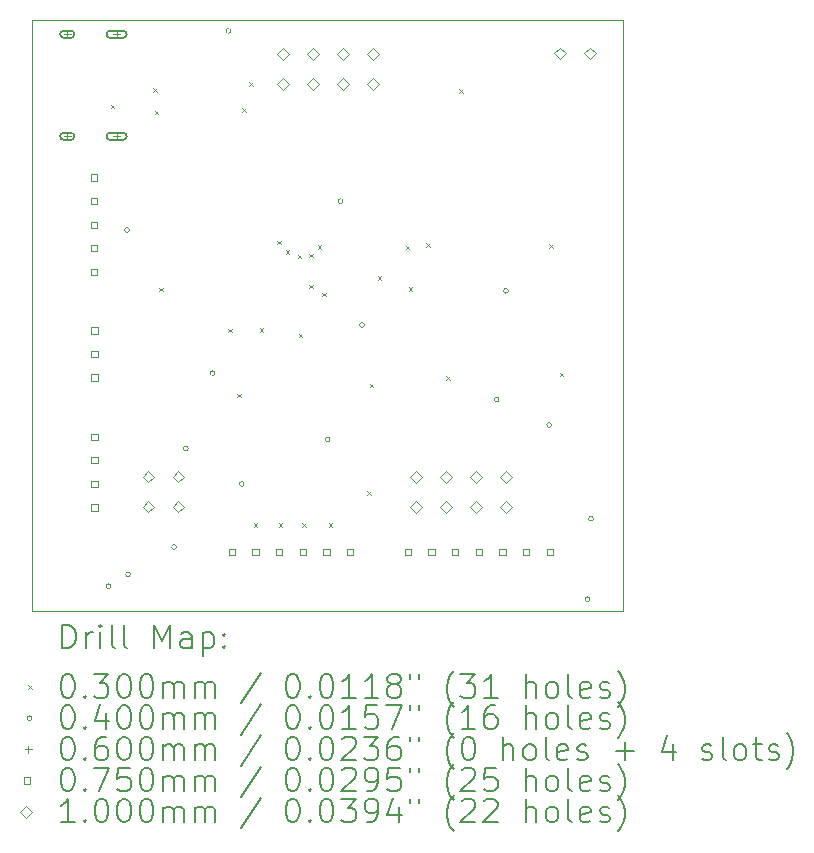
<source format=gbr>
%TF.GenerationSoftware,KiCad,Pcbnew,(6.0.7-1)-1*%
%TF.CreationDate,2022-12-09T20:13:03+01:00*%
%TF.ProjectId,ESC-logic,4553432d-6c6f-4676-9963-2e6b69636164,rev?*%
%TF.SameCoordinates,Original*%
%TF.FileFunction,Drillmap*%
%TF.FilePolarity,Positive*%
%FSLAX45Y45*%
G04 Gerber Fmt 4.5, Leading zero omitted, Abs format (unit mm)*
G04 Created by KiCad (PCBNEW (6.0.7-1)-1) date 2022-12-09 20:13:03*
%MOMM*%
%LPD*%
G01*
G04 APERTURE LIST*
%ADD10C,0.100000*%
%ADD11C,0.200000*%
%ADD12C,0.030000*%
%ADD13C,0.040000*%
%ADD14C,0.060000*%
%ADD15C,0.075000*%
G04 APERTURE END LIST*
D10*
X9800000Y-6800000D02*
X14800000Y-6800000D01*
X14800000Y-6800000D02*
X14800000Y-11800000D01*
X14800000Y-11800000D02*
X9800000Y-11800000D01*
X9800000Y-11800000D02*
X9800000Y-6800000D01*
D11*
D12*
X10465000Y-7515000D02*
X10495000Y-7545000D01*
X10495000Y-7515000D02*
X10465000Y-7545000D01*
X10825000Y-7375000D02*
X10855000Y-7405000D01*
X10855000Y-7375000D02*
X10825000Y-7405000D01*
X10835000Y-7565000D02*
X10865000Y-7595000D01*
X10865000Y-7565000D02*
X10835000Y-7595000D01*
X10875000Y-9065000D02*
X10905000Y-9095000D01*
X10905000Y-9065000D02*
X10875000Y-9095000D01*
X11460000Y-9410000D02*
X11490000Y-9440000D01*
X11490000Y-9410000D02*
X11460000Y-9440000D01*
X11535000Y-9960000D02*
X11565000Y-9990000D01*
X11565000Y-9960000D02*
X11535000Y-9990000D01*
X11575000Y-7545000D02*
X11605000Y-7575000D01*
X11605000Y-7545000D02*
X11575000Y-7575000D01*
X11635000Y-7325000D02*
X11665000Y-7355000D01*
X11665000Y-7325000D02*
X11635000Y-7355000D01*
X11675000Y-11060000D02*
X11705000Y-11090000D01*
X11705000Y-11060000D02*
X11675000Y-11090000D01*
X11725000Y-9405000D02*
X11755000Y-9435000D01*
X11755000Y-9405000D02*
X11725000Y-9435000D01*
X11875000Y-8665000D02*
X11905000Y-8695000D01*
X11905000Y-8665000D02*
X11875000Y-8695000D01*
X11885000Y-11060000D02*
X11915000Y-11090000D01*
X11915000Y-11060000D02*
X11885000Y-11090000D01*
X11944992Y-8747561D02*
X11974992Y-8777561D01*
X11974992Y-8747561D02*
X11944992Y-8777561D01*
X12045000Y-8785000D02*
X12075000Y-8815000D01*
X12075000Y-8785000D02*
X12045000Y-8815000D01*
X12055000Y-9455000D02*
X12085000Y-9485000D01*
X12085000Y-9455000D02*
X12055000Y-9485000D01*
X12085000Y-11060000D02*
X12115000Y-11090000D01*
X12115000Y-11060000D02*
X12085000Y-11090000D01*
X12145000Y-8775000D02*
X12175000Y-8805000D01*
X12175000Y-8775000D02*
X12145000Y-8805000D01*
X12145678Y-9040050D02*
X12175678Y-9070050D01*
X12175678Y-9040050D02*
X12145678Y-9070050D01*
X12215000Y-8705000D02*
X12245000Y-8735000D01*
X12245000Y-8705000D02*
X12215000Y-8735000D01*
X12255000Y-9105000D02*
X12285000Y-9135000D01*
X12285000Y-9105000D02*
X12255000Y-9135000D01*
X12310000Y-11060000D02*
X12340000Y-11090000D01*
X12340000Y-11060000D02*
X12310000Y-11090000D01*
X12635000Y-10785000D02*
X12665000Y-10815000D01*
X12665000Y-10785000D02*
X12635000Y-10815000D01*
X12655000Y-9875000D02*
X12685000Y-9905000D01*
X12685000Y-9875000D02*
X12655000Y-9905000D01*
X12725000Y-8965000D02*
X12755000Y-8995000D01*
X12755000Y-8965000D02*
X12725000Y-8995000D01*
X12960000Y-8710000D02*
X12990000Y-8740000D01*
X12990000Y-8710000D02*
X12960000Y-8740000D01*
X12985000Y-9060000D02*
X13015000Y-9090000D01*
X13015000Y-9060000D02*
X12985000Y-9090000D01*
X13135000Y-8685000D02*
X13165000Y-8715000D01*
X13165000Y-8685000D02*
X13135000Y-8715000D01*
X13305000Y-9815000D02*
X13335000Y-9845000D01*
X13335000Y-9815000D02*
X13305000Y-9845000D01*
X13415000Y-7385000D02*
X13445000Y-7415000D01*
X13445000Y-7385000D02*
X13415000Y-7415000D01*
X14175000Y-8695000D02*
X14205000Y-8725000D01*
X14205000Y-8695000D02*
X14175000Y-8725000D01*
X14265000Y-9785000D02*
X14295000Y-9815000D01*
X14295000Y-9785000D02*
X14265000Y-9815000D01*
D13*
X10465050Y-11590000D02*
G75*
G03*
X10465050Y-11590000I-20000J0D01*
G01*
X10620000Y-8575000D02*
G75*
G03*
X10620000Y-8575000I-20000J0D01*
G01*
X10630000Y-11490000D02*
G75*
G03*
X10630000Y-11490000I-20000J0D01*
G01*
X11020000Y-11260000D02*
G75*
G03*
X11020000Y-11260000I-20000J0D01*
G01*
X11120000Y-10425000D02*
G75*
G03*
X11120000Y-10425000I-20000J0D01*
G01*
X11346250Y-9786250D02*
G75*
G03*
X11346250Y-9786250I-20000J0D01*
G01*
X11480000Y-6890000D02*
G75*
G03*
X11480000Y-6890000I-20000J0D01*
G01*
X11592500Y-10725000D02*
G75*
G03*
X11592500Y-10725000I-20000J0D01*
G01*
X12320000Y-10350000D02*
G75*
G03*
X12320000Y-10350000I-20000J0D01*
G01*
X12430000Y-8330000D02*
G75*
G03*
X12430000Y-8330000I-20000J0D01*
G01*
X12610000Y-9380000D02*
G75*
G03*
X12610000Y-9380000I-20000J0D01*
G01*
X13750000Y-10010000D02*
G75*
G03*
X13750000Y-10010000I-20000J0D01*
G01*
X13830000Y-9090000D02*
G75*
G03*
X13830000Y-9090000I-20000J0D01*
G01*
X14195000Y-10225000D02*
G75*
G03*
X14195000Y-10225000I-20000J0D01*
G01*
X14520000Y-11700000D02*
G75*
G03*
X14520000Y-11700000I-20000J0D01*
G01*
X14550000Y-11020000D02*
G75*
G03*
X14550000Y-11020000I-20000J0D01*
G01*
D14*
X10095000Y-6888000D02*
X10095000Y-6948000D01*
X10065000Y-6918000D02*
X10125000Y-6918000D01*
D11*
X10125000Y-6888000D02*
X10065000Y-6888000D01*
X10125000Y-6948000D02*
X10065000Y-6948000D01*
X10065000Y-6888000D02*
G75*
G03*
X10065000Y-6948000I0J-30000D01*
G01*
X10125000Y-6948000D02*
G75*
G03*
X10125000Y-6888000I0J30000D01*
G01*
D14*
X10095000Y-7752000D02*
X10095000Y-7812000D01*
X10065000Y-7782000D02*
X10125000Y-7782000D01*
D11*
X10125000Y-7752000D02*
X10065000Y-7752000D01*
X10125000Y-7812000D02*
X10065000Y-7812000D01*
X10065000Y-7752000D02*
G75*
G03*
X10065000Y-7812000I0J-30000D01*
G01*
X10125000Y-7812000D02*
G75*
G03*
X10125000Y-7752000I0J30000D01*
G01*
D14*
X10513000Y-6888000D02*
X10513000Y-6948000D01*
X10483000Y-6918000D02*
X10543000Y-6918000D01*
D11*
X10568000Y-6888000D02*
X10458000Y-6888000D01*
X10568000Y-6948000D02*
X10458000Y-6948000D01*
X10458000Y-6888000D02*
G75*
G03*
X10458000Y-6948000I0J-30000D01*
G01*
X10568000Y-6948000D02*
G75*
G03*
X10568000Y-6888000I0J30000D01*
G01*
D14*
X10513000Y-7752000D02*
X10513000Y-7812000D01*
X10483000Y-7782000D02*
X10543000Y-7782000D01*
D11*
X10568000Y-7752000D02*
X10458000Y-7752000D01*
X10568000Y-7812000D02*
X10458000Y-7812000D01*
X10458000Y-7752000D02*
G75*
G03*
X10458000Y-7812000I0J-30000D01*
G01*
X10568000Y-7812000D02*
G75*
G03*
X10568000Y-7752000I0J30000D01*
G01*
D15*
X10346517Y-8156517D02*
X10346517Y-8103483D01*
X10293483Y-8103483D01*
X10293483Y-8156517D01*
X10346517Y-8156517D01*
X10346517Y-8356517D02*
X10346517Y-8303483D01*
X10293483Y-8303483D01*
X10293483Y-8356517D01*
X10346517Y-8356517D01*
X10346517Y-8556517D02*
X10346517Y-8503483D01*
X10293483Y-8503483D01*
X10293483Y-8556517D01*
X10346517Y-8556517D01*
X10346517Y-8756517D02*
X10346517Y-8703483D01*
X10293483Y-8703483D01*
X10293483Y-8756517D01*
X10346517Y-8756517D01*
X10346517Y-8956517D02*
X10346517Y-8903483D01*
X10293483Y-8903483D01*
X10293483Y-8956517D01*
X10346517Y-8956517D01*
X10351517Y-9451517D02*
X10351517Y-9398483D01*
X10298483Y-9398483D01*
X10298483Y-9451517D01*
X10351517Y-9451517D01*
X10351517Y-9651517D02*
X10351517Y-9598483D01*
X10298483Y-9598483D01*
X10298483Y-9651517D01*
X10351517Y-9651517D01*
X10351517Y-9851517D02*
X10351517Y-9798483D01*
X10298483Y-9798483D01*
X10298483Y-9851517D01*
X10351517Y-9851517D01*
X10351517Y-10351517D02*
X10351517Y-10298483D01*
X10298483Y-10298483D01*
X10298483Y-10351517D01*
X10351517Y-10351517D01*
X10351517Y-10551517D02*
X10351517Y-10498483D01*
X10298483Y-10498483D01*
X10298483Y-10551517D01*
X10351517Y-10551517D01*
X10351517Y-10751517D02*
X10351517Y-10698483D01*
X10298483Y-10698483D01*
X10298483Y-10751517D01*
X10351517Y-10751517D01*
X10351517Y-10951517D02*
X10351517Y-10898483D01*
X10298483Y-10898483D01*
X10298483Y-10951517D01*
X10351517Y-10951517D01*
X11516517Y-11326517D02*
X11516517Y-11273483D01*
X11463483Y-11273483D01*
X11463483Y-11326517D01*
X11516517Y-11326517D01*
X11716517Y-11326517D02*
X11716517Y-11273483D01*
X11663483Y-11273483D01*
X11663483Y-11326517D01*
X11716517Y-11326517D01*
X11916517Y-11326517D02*
X11916517Y-11273483D01*
X11863483Y-11273483D01*
X11863483Y-11326517D01*
X11916517Y-11326517D01*
X12116517Y-11326517D02*
X12116517Y-11273483D01*
X12063483Y-11273483D01*
X12063483Y-11326517D01*
X12116517Y-11326517D01*
X12316517Y-11326517D02*
X12316517Y-11273483D01*
X12263483Y-11273483D01*
X12263483Y-11326517D01*
X12316517Y-11326517D01*
X12516517Y-11326517D02*
X12516517Y-11273483D01*
X12463483Y-11273483D01*
X12463483Y-11326517D01*
X12516517Y-11326517D01*
X13006517Y-11326517D02*
X13006517Y-11273483D01*
X12953483Y-11273483D01*
X12953483Y-11326517D01*
X13006517Y-11326517D01*
X13206517Y-11326517D02*
X13206517Y-11273483D01*
X13153483Y-11273483D01*
X13153483Y-11326517D01*
X13206517Y-11326517D01*
X13406517Y-11326517D02*
X13406517Y-11273483D01*
X13353483Y-11273483D01*
X13353483Y-11326517D01*
X13406517Y-11326517D01*
X13606517Y-11326517D02*
X13606517Y-11273483D01*
X13553483Y-11273483D01*
X13553483Y-11326517D01*
X13606517Y-11326517D01*
X13806517Y-11326517D02*
X13806517Y-11273483D01*
X13753483Y-11273483D01*
X13753483Y-11326517D01*
X13806517Y-11326517D01*
X14006517Y-11326517D02*
X14006517Y-11273483D01*
X13953483Y-11273483D01*
X13953483Y-11326517D01*
X14006517Y-11326517D01*
X14206517Y-11326517D02*
X14206517Y-11273483D01*
X14153483Y-11273483D01*
X14153483Y-11326517D01*
X14206517Y-11326517D01*
D10*
X10782500Y-10712500D02*
X10832500Y-10662500D01*
X10782500Y-10612500D01*
X10732500Y-10662500D01*
X10782500Y-10712500D01*
X10782500Y-10966500D02*
X10832500Y-10916500D01*
X10782500Y-10866500D01*
X10732500Y-10916500D01*
X10782500Y-10966500D01*
X11036500Y-10712500D02*
X11086500Y-10662500D01*
X11036500Y-10612500D01*
X10986500Y-10662500D01*
X11036500Y-10712500D01*
X11036500Y-10966500D02*
X11086500Y-10916500D01*
X11036500Y-10866500D01*
X10986500Y-10916500D01*
X11036500Y-10966500D01*
X11920000Y-7133500D02*
X11970000Y-7083500D01*
X11920000Y-7033500D01*
X11870000Y-7083500D01*
X11920000Y-7133500D01*
X11920000Y-7387500D02*
X11970000Y-7337500D01*
X11920000Y-7287500D01*
X11870000Y-7337500D01*
X11920000Y-7387500D01*
X12174000Y-7133500D02*
X12224000Y-7083500D01*
X12174000Y-7033500D01*
X12124000Y-7083500D01*
X12174000Y-7133500D01*
X12174000Y-7387500D02*
X12224000Y-7337500D01*
X12174000Y-7287500D01*
X12124000Y-7337500D01*
X12174000Y-7387500D01*
X12428000Y-7133500D02*
X12478000Y-7083500D01*
X12428000Y-7033500D01*
X12378000Y-7083500D01*
X12428000Y-7133500D01*
X12428000Y-7387500D02*
X12478000Y-7337500D01*
X12428000Y-7287500D01*
X12378000Y-7337500D01*
X12428000Y-7387500D01*
X12682000Y-7133500D02*
X12732000Y-7083500D01*
X12682000Y-7033500D01*
X12632000Y-7083500D01*
X12682000Y-7133500D01*
X12682000Y-7387500D02*
X12732000Y-7337500D01*
X12682000Y-7287500D01*
X12632000Y-7337500D01*
X12682000Y-7387500D01*
X13050000Y-10716000D02*
X13100000Y-10666000D01*
X13050000Y-10616000D01*
X13000000Y-10666000D01*
X13050000Y-10716000D01*
X13050000Y-10970000D02*
X13100000Y-10920000D01*
X13050000Y-10870000D01*
X13000000Y-10920000D01*
X13050000Y-10970000D01*
X13304000Y-10716000D02*
X13354000Y-10666000D01*
X13304000Y-10616000D01*
X13254000Y-10666000D01*
X13304000Y-10716000D01*
X13304000Y-10970000D02*
X13354000Y-10920000D01*
X13304000Y-10870000D01*
X13254000Y-10920000D01*
X13304000Y-10970000D01*
X13558000Y-10716000D02*
X13608000Y-10666000D01*
X13558000Y-10616000D01*
X13508000Y-10666000D01*
X13558000Y-10716000D01*
X13558000Y-10970000D02*
X13608000Y-10920000D01*
X13558000Y-10870000D01*
X13508000Y-10920000D01*
X13558000Y-10970000D01*
X13812000Y-10716000D02*
X13862000Y-10666000D01*
X13812000Y-10616000D01*
X13762000Y-10666000D01*
X13812000Y-10716000D01*
X13812000Y-10970000D02*
X13862000Y-10920000D01*
X13812000Y-10870000D01*
X13762000Y-10920000D01*
X13812000Y-10970000D01*
X14266000Y-7130000D02*
X14316000Y-7080000D01*
X14266000Y-7030000D01*
X14216000Y-7080000D01*
X14266000Y-7130000D01*
X14520000Y-7130000D02*
X14570000Y-7080000D01*
X14520000Y-7030000D01*
X14470000Y-7080000D01*
X14520000Y-7130000D01*
D11*
X10052619Y-12115476D02*
X10052619Y-11915476D01*
X10100238Y-11915476D01*
X10128810Y-11925000D01*
X10147857Y-11944048D01*
X10157381Y-11963095D01*
X10166905Y-12001190D01*
X10166905Y-12029762D01*
X10157381Y-12067857D01*
X10147857Y-12086905D01*
X10128810Y-12105952D01*
X10100238Y-12115476D01*
X10052619Y-12115476D01*
X10252619Y-12115476D02*
X10252619Y-11982143D01*
X10252619Y-12020238D02*
X10262143Y-12001190D01*
X10271667Y-11991667D01*
X10290714Y-11982143D01*
X10309762Y-11982143D01*
X10376429Y-12115476D02*
X10376429Y-11982143D01*
X10376429Y-11915476D02*
X10366905Y-11925000D01*
X10376429Y-11934524D01*
X10385952Y-11925000D01*
X10376429Y-11915476D01*
X10376429Y-11934524D01*
X10500238Y-12115476D02*
X10481190Y-12105952D01*
X10471667Y-12086905D01*
X10471667Y-11915476D01*
X10605000Y-12115476D02*
X10585952Y-12105952D01*
X10576429Y-12086905D01*
X10576429Y-11915476D01*
X10833571Y-12115476D02*
X10833571Y-11915476D01*
X10900238Y-12058333D01*
X10966905Y-11915476D01*
X10966905Y-12115476D01*
X11147857Y-12115476D02*
X11147857Y-12010714D01*
X11138333Y-11991667D01*
X11119286Y-11982143D01*
X11081190Y-11982143D01*
X11062143Y-11991667D01*
X11147857Y-12105952D02*
X11128810Y-12115476D01*
X11081190Y-12115476D01*
X11062143Y-12105952D01*
X11052619Y-12086905D01*
X11052619Y-12067857D01*
X11062143Y-12048809D01*
X11081190Y-12039286D01*
X11128810Y-12039286D01*
X11147857Y-12029762D01*
X11243095Y-11982143D02*
X11243095Y-12182143D01*
X11243095Y-11991667D02*
X11262143Y-11982143D01*
X11300238Y-11982143D01*
X11319286Y-11991667D01*
X11328809Y-12001190D01*
X11338333Y-12020238D01*
X11338333Y-12077381D01*
X11328809Y-12096428D01*
X11319286Y-12105952D01*
X11300238Y-12115476D01*
X11262143Y-12115476D01*
X11243095Y-12105952D01*
X11424048Y-12096428D02*
X11433571Y-12105952D01*
X11424048Y-12115476D01*
X11414524Y-12105952D01*
X11424048Y-12096428D01*
X11424048Y-12115476D01*
X11424048Y-11991667D02*
X11433571Y-12001190D01*
X11424048Y-12010714D01*
X11414524Y-12001190D01*
X11424048Y-11991667D01*
X11424048Y-12010714D01*
D12*
X9765000Y-12430000D02*
X9795000Y-12460000D01*
X9795000Y-12430000D02*
X9765000Y-12460000D01*
D11*
X10090714Y-12335476D02*
X10109762Y-12335476D01*
X10128810Y-12345000D01*
X10138333Y-12354524D01*
X10147857Y-12373571D01*
X10157381Y-12411667D01*
X10157381Y-12459286D01*
X10147857Y-12497381D01*
X10138333Y-12516428D01*
X10128810Y-12525952D01*
X10109762Y-12535476D01*
X10090714Y-12535476D01*
X10071667Y-12525952D01*
X10062143Y-12516428D01*
X10052619Y-12497381D01*
X10043095Y-12459286D01*
X10043095Y-12411667D01*
X10052619Y-12373571D01*
X10062143Y-12354524D01*
X10071667Y-12345000D01*
X10090714Y-12335476D01*
X10243095Y-12516428D02*
X10252619Y-12525952D01*
X10243095Y-12535476D01*
X10233571Y-12525952D01*
X10243095Y-12516428D01*
X10243095Y-12535476D01*
X10319286Y-12335476D02*
X10443095Y-12335476D01*
X10376429Y-12411667D01*
X10405000Y-12411667D01*
X10424048Y-12421190D01*
X10433571Y-12430714D01*
X10443095Y-12449762D01*
X10443095Y-12497381D01*
X10433571Y-12516428D01*
X10424048Y-12525952D01*
X10405000Y-12535476D01*
X10347857Y-12535476D01*
X10328810Y-12525952D01*
X10319286Y-12516428D01*
X10566905Y-12335476D02*
X10585952Y-12335476D01*
X10605000Y-12345000D01*
X10614524Y-12354524D01*
X10624048Y-12373571D01*
X10633571Y-12411667D01*
X10633571Y-12459286D01*
X10624048Y-12497381D01*
X10614524Y-12516428D01*
X10605000Y-12525952D01*
X10585952Y-12535476D01*
X10566905Y-12535476D01*
X10547857Y-12525952D01*
X10538333Y-12516428D01*
X10528810Y-12497381D01*
X10519286Y-12459286D01*
X10519286Y-12411667D01*
X10528810Y-12373571D01*
X10538333Y-12354524D01*
X10547857Y-12345000D01*
X10566905Y-12335476D01*
X10757381Y-12335476D02*
X10776429Y-12335476D01*
X10795476Y-12345000D01*
X10805000Y-12354524D01*
X10814524Y-12373571D01*
X10824048Y-12411667D01*
X10824048Y-12459286D01*
X10814524Y-12497381D01*
X10805000Y-12516428D01*
X10795476Y-12525952D01*
X10776429Y-12535476D01*
X10757381Y-12535476D01*
X10738333Y-12525952D01*
X10728810Y-12516428D01*
X10719286Y-12497381D01*
X10709762Y-12459286D01*
X10709762Y-12411667D01*
X10719286Y-12373571D01*
X10728810Y-12354524D01*
X10738333Y-12345000D01*
X10757381Y-12335476D01*
X10909762Y-12535476D02*
X10909762Y-12402143D01*
X10909762Y-12421190D02*
X10919286Y-12411667D01*
X10938333Y-12402143D01*
X10966905Y-12402143D01*
X10985952Y-12411667D01*
X10995476Y-12430714D01*
X10995476Y-12535476D01*
X10995476Y-12430714D02*
X11005000Y-12411667D01*
X11024048Y-12402143D01*
X11052619Y-12402143D01*
X11071667Y-12411667D01*
X11081190Y-12430714D01*
X11081190Y-12535476D01*
X11176429Y-12535476D02*
X11176429Y-12402143D01*
X11176429Y-12421190D02*
X11185952Y-12411667D01*
X11205000Y-12402143D01*
X11233571Y-12402143D01*
X11252619Y-12411667D01*
X11262143Y-12430714D01*
X11262143Y-12535476D01*
X11262143Y-12430714D02*
X11271667Y-12411667D01*
X11290714Y-12402143D01*
X11319286Y-12402143D01*
X11338333Y-12411667D01*
X11347857Y-12430714D01*
X11347857Y-12535476D01*
X11738333Y-12325952D02*
X11566905Y-12583095D01*
X11995476Y-12335476D02*
X12014524Y-12335476D01*
X12033571Y-12345000D01*
X12043095Y-12354524D01*
X12052619Y-12373571D01*
X12062143Y-12411667D01*
X12062143Y-12459286D01*
X12052619Y-12497381D01*
X12043095Y-12516428D01*
X12033571Y-12525952D01*
X12014524Y-12535476D01*
X11995476Y-12535476D01*
X11976428Y-12525952D01*
X11966905Y-12516428D01*
X11957381Y-12497381D01*
X11947857Y-12459286D01*
X11947857Y-12411667D01*
X11957381Y-12373571D01*
X11966905Y-12354524D01*
X11976428Y-12345000D01*
X11995476Y-12335476D01*
X12147857Y-12516428D02*
X12157381Y-12525952D01*
X12147857Y-12535476D01*
X12138333Y-12525952D01*
X12147857Y-12516428D01*
X12147857Y-12535476D01*
X12281190Y-12335476D02*
X12300238Y-12335476D01*
X12319286Y-12345000D01*
X12328809Y-12354524D01*
X12338333Y-12373571D01*
X12347857Y-12411667D01*
X12347857Y-12459286D01*
X12338333Y-12497381D01*
X12328809Y-12516428D01*
X12319286Y-12525952D01*
X12300238Y-12535476D01*
X12281190Y-12535476D01*
X12262143Y-12525952D01*
X12252619Y-12516428D01*
X12243095Y-12497381D01*
X12233571Y-12459286D01*
X12233571Y-12411667D01*
X12243095Y-12373571D01*
X12252619Y-12354524D01*
X12262143Y-12345000D01*
X12281190Y-12335476D01*
X12538333Y-12535476D02*
X12424048Y-12535476D01*
X12481190Y-12535476D02*
X12481190Y-12335476D01*
X12462143Y-12364048D01*
X12443095Y-12383095D01*
X12424048Y-12392619D01*
X12728809Y-12535476D02*
X12614524Y-12535476D01*
X12671667Y-12535476D02*
X12671667Y-12335476D01*
X12652619Y-12364048D01*
X12633571Y-12383095D01*
X12614524Y-12392619D01*
X12843095Y-12421190D02*
X12824048Y-12411667D01*
X12814524Y-12402143D01*
X12805000Y-12383095D01*
X12805000Y-12373571D01*
X12814524Y-12354524D01*
X12824048Y-12345000D01*
X12843095Y-12335476D01*
X12881190Y-12335476D01*
X12900238Y-12345000D01*
X12909762Y-12354524D01*
X12919286Y-12373571D01*
X12919286Y-12383095D01*
X12909762Y-12402143D01*
X12900238Y-12411667D01*
X12881190Y-12421190D01*
X12843095Y-12421190D01*
X12824048Y-12430714D01*
X12814524Y-12440238D01*
X12805000Y-12459286D01*
X12805000Y-12497381D01*
X12814524Y-12516428D01*
X12824048Y-12525952D01*
X12843095Y-12535476D01*
X12881190Y-12535476D01*
X12900238Y-12525952D01*
X12909762Y-12516428D01*
X12919286Y-12497381D01*
X12919286Y-12459286D01*
X12909762Y-12440238D01*
X12900238Y-12430714D01*
X12881190Y-12421190D01*
X12995476Y-12335476D02*
X12995476Y-12373571D01*
X13071667Y-12335476D02*
X13071667Y-12373571D01*
X13366905Y-12611667D02*
X13357381Y-12602143D01*
X13338333Y-12573571D01*
X13328809Y-12554524D01*
X13319286Y-12525952D01*
X13309762Y-12478333D01*
X13309762Y-12440238D01*
X13319286Y-12392619D01*
X13328809Y-12364048D01*
X13338333Y-12345000D01*
X13357381Y-12316428D01*
X13366905Y-12306905D01*
X13424048Y-12335476D02*
X13547857Y-12335476D01*
X13481190Y-12411667D01*
X13509762Y-12411667D01*
X13528809Y-12421190D01*
X13538333Y-12430714D01*
X13547857Y-12449762D01*
X13547857Y-12497381D01*
X13538333Y-12516428D01*
X13528809Y-12525952D01*
X13509762Y-12535476D01*
X13452619Y-12535476D01*
X13433571Y-12525952D01*
X13424048Y-12516428D01*
X13738333Y-12535476D02*
X13624048Y-12535476D01*
X13681190Y-12535476D02*
X13681190Y-12335476D01*
X13662143Y-12364048D01*
X13643095Y-12383095D01*
X13624048Y-12392619D01*
X13976428Y-12535476D02*
X13976428Y-12335476D01*
X14062143Y-12535476D02*
X14062143Y-12430714D01*
X14052619Y-12411667D01*
X14033571Y-12402143D01*
X14005000Y-12402143D01*
X13985952Y-12411667D01*
X13976428Y-12421190D01*
X14185952Y-12535476D02*
X14166905Y-12525952D01*
X14157381Y-12516428D01*
X14147857Y-12497381D01*
X14147857Y-12440238D01*
X14157381Y-12421190D01*
X14166905Y-12411667D01*
X14185952Y-12402143D01*
X14214524Y-12402143D01*
X14233571Y-12411667D01*
X14243095Y-12421190D01*
X14252619Y-12440238D01*
X14252619Y-12497381D01*
X14243095Y-12516428D01*
X14233571Y-12525952D01*
X14214524Y-12535476D01*
X14185952Y-12535476D01*
X14366905Y-12535476D02*
X14347857Y-12525952D01*
X14338333Y-12506905D01*
X14338333Y-12335476D01*
X14519286Y-12525952D02*
X14500238Y-12535476D01*
X14462143Y-12535476D01*
X14443095Y-12525952D01*
X14433571Y-12506905D01*
X14433571Y-12430714D01*
X14443095Y-12411667D01*
X14462143Y-12402143D01*
X14500238Y-12402143D01*
X14519286Y-12411667D01*
X14528809Y-12430714D01*
X14528809Y-12449762D01*
X14433571Y-12468809D01*
X14605000Y-12525952D02*
X14624048Y-12535476D01*
X14662143Y-12535476D01*
X14681190Y-12525952D01*
X14690714Y-12506905D01*
X14690714Y-12497381D01*
X14681190Y-12478333D01*
X14662143Y-12468809D01*
X14633571Y-12468809D01*
X14614524Y-12459286D01*
X14605000Y-12440238D01*
X14605000Y-12430714D01*
X14614524Y-12411667D01*
X14633571Y-12402143D01*
X14662143Y-12402143D01*
X14681190Y-12411667D01*
X14757381Y-12611667D02*
X14766905Y-12602143D01*
X14785952Y-12573571D01*
X14795476Y-12554524D01*
X14805000Y-12525952D01*
X14814524Y-12478333D01*
X14814524Y-12440238D01*
X14805000Y-12392619D01*
X14795476Y-12364048D01*
X14785952Y-12345000D01*
X14766905Y-12316428D01*
X14757381Y-12306905D01*
D13*
X9795000Y-12709000D02*
G75*
G03*
X9795000Y-12709000I-20000J0D01*
G01*
D11*
X10090714Y-12599476D02*
X10109762Y-12599476D01*
X10128810Y-12609000D01*
X10138333Y-12618524D01*
X10147857Y-12637571D01*
X10157381Y-12675667D01*
X10157381Y-12723286D01*
X10147857Y-12761381D01*
X10138333Y-12780428D01*
X10128810Y-12789952D01*
X10109762Y-12799476D01*
X10090714Y-12799476D01*
X10071667Y-12789952D01*
X10062143Y-12780428D01*
X10052619Y-12761381D01*
X10043095Y-12723286D01*
X10043095Y-12675667D01*
X10052619Y-12637571D01*
X10062143Y-12618524D01*
X10071667Y-12609000D01*
X10090714Y-12599476D01*
X10243095Y-12780428D02*
X10252619Y-12789952D01*
X10243095Y-12799476D01*
X10233571Y-12789952D01*
X10243095Y-12780428D01*
X10243095Y-12799476D01*
X10424048Y-12666143D02*
X10424048Y-12799476D01*
X10376429Y-12589952D02*
X10328810Y-12732809D01*
X10452619Y-12732809D01*
X10566905Y-12599476D02*
X10585952Y-12599476D01*
X10605000Y-12609000D01*
X10614524Y-12618524D01*
X10624048Y-12637571D01*
X10633571Y-12675667D01*
X10633571Y-12723286D01*
X10624048Y-12761381D01*
X10614524Y-12780428D01*
X10605000Y-12789952D01*
X10585952Y-12799476D01*
X10566905Y-12799476D01*
X10547857Y-12789952D01*
X10538333Y-12780428D01*
X10528810Y-12761381D01*
X10519286Y-12723286D01*
X10519286Y-12675667D01*
X10528810Y-12637571D01*
X10538333Y-12618524D01*
X10547857Y-12609000D01*
X10566905Y-12599476D01*
X10757381Y-12599476D02*
X10776429Y-12599476D01*
X10795476Y-12609000D01*
X10805000Y-12618524D01*
X10814524Y-12637571D01*
X10824048Y-12675667D01*
X10824048Y-12723286D01*
X10814524Y-12761381D01*
X10805000Y-12780428D01*
X10795476Y-12789952D01*
X10776429Y-12799476D01*
X10757381Y-12799476D01*
X10738333Y-12789952D01*
X10728810Y-12780428D01*
X10719286Y-12761381D01*
X10709762Y-12723286D01*
X10709762Y-12675667D01*
X10719286Y-12637571D01*
X10728810Y-12618524D01*
X10738333Y-12609000D01*
X10757381Y-12599476D01*
X10909762Y-12799476D02*
X10909762Y-12666143D01*
X10909762Y-12685190D02*
X10919286Y-12675667D01*
X10938333Y-12666143D01*
X10966905Y-12666143D01*
X10985952Y-12675667D01*
X10995476Y-12694714D01*
X10995476Y-12799476D01*
X10995476Y-12694714D02*
X11005000Y-12675667D01*
X11024048Y-12666143D01*
X11052619Y-12666143D01*
X11071667Y-12675667D01*
X11081190Y-12694714D01*
X11081190Y-12799476D01*
X11176429Y-12799476D02*
X11176429Y-12666143D01*
X11176429Y-12685190D02*
X11185952Y-12675667D01*
X11205000Y-12666143D01*
X11233571Y-12666143D01*
X11252619Y-12675667D01*
X11262143Y-12694714D01*
X11262143Y-12799476D01*
X11262143Y-12694714D02*
X11271667Y-12675667D01*
X11290714Y-12666143D01*
X11319286Y-12666143D01*
X11338333Y-12675667D01*
X11347857Y-12694714D01*
X11347857Y-12799476D01*
X11738333Y-12589952D02*
X11566905Y-12847095D01*
X11995476Y-12599476D02*
X12014524Y-12599476D01*
X12033571Y-12609000D01*
X12043095Y-12618524D01*
X12052619Y-12637571D01*
X12062143Y-12675667D01*
X12062143Y-12723286D01*
X12052619Y-12761381D01*
X12043095Y-12780428D01*
X12033571Y-12789952D01*
X12014524Y-12799476D01*
X11995476Y-12799476D01*
X11976428Y-12789952D01*
X11966905Y-12780428D01*
X11957381Y-12761381D01*
X11947857Y-12723286D01*
X11947857Y-12675667D01*
X11957381Y-12637571D01*
X11966905Y-12618524D01*
X11976428Y-12609000D01*
X11995476Y-12599476D01*
X12147857Y-12780428D02*
X12157381Y-12789952D01*
X12147857Y-12799476D01*
X12138333Y-12789952D01*
X12147857Y-12780428D01*
X12147857Y-12799476D01*
X12281190Y-12599476D02*
X12300238Y-12599476D01*
X12319286Y-12609000D01*
X12328809Y-12618524D01*
X12338333Y-12637571D01*
X12347857Y-12675667D01*
X12347857Y-12723286D01*
X12338333Y-12761381D01*
X12328809Y-12780428D01*
X12319286Y-12789952D01*
X12300238Y-12799476D01*
X12281190Y-12799476D01*
X12262143Y-12789952D01*
X12252619Y-12780428D01*
X12243095Y-12761381D01*
X12233571Y-12723286D01*
X12233571Y-12675667D01*
X12243095Y-12637571D01*
X12252619Y-12618524D01*
X12262143Y-12609000D01*
X12281190Y-12599476D01*
X12538333Y-12799476D02*
X12424048Y-12799476D01*
X12481190Y-12799476D02*
X12481190Y-12599476D01*
X12462143Y-12628048D01*
X12443095Y-12647095D01*
X12424048Y-12656619D01*
X12719286Y-12599476D02*
X12624048Y-12599476D01*
X12614524Y-12694714D01*
X12624048Y-12685190D01*
X12643095Y-12675667D01*
X12690714Y-12675667D01*
X12709762Y-12685190D01*
X12719286Y-12694714D01*
X12728809Y-12713762D01*
X12728809Y-12761381D01*
X12719286Y-12780428D01*
X12709762Y-12789952D01*
X12690714Y-12799476D01*
X12643095Y-12799476D01*
X12624048Y-12789952D01*
X12614524Y-12780428D01*
X12795476Y-12599476D02*
X12928809Y-12599476D01*
X12843095Y-12799476D01*
X12995476Y-12599476D02*
X12995476Y-12637571D01*
X13071667Y-12599476D02*
X13071667Y-12637571D01*
X13366905Y-12875667D02*
X13357381Y-12866143D01*
X13338333Y-12837571D01*
X13328809Y-12818524D01*
X13319286Y-12789952D01*
X13309762Y-12742333D01*
X13309762Y-12704238D01*
X13319286Y-12656619D01*
X13328809Y-12628048D01*
X13338333Y-12609000D01*
X13357381Y-12580428D01*
X13366905Y-12570905D01*
X13547857Y-12799476D02*
X13433571Y-12799476D01*
X13490714Y-12799476D02*
X13490714Y-12599476D01*
X13471667Y-12628048D01*
X13452619Y-12647095D01*
X13433571Y-12656619D01*
X13719286Y-12599476D02*
X13681190Y-12599476D01*
X13662143Y-12609000D01*
X13652619Y-12618524D01*
X13633571Y-12647095D01*
X13624048Y-12685190D01*
X13624048Y-12761381D01*
X13633571Y-12780428D01*
X13643095Y-12789952D01*
X13662143Y-12799476D01*
X13700238Y-12799476D01*
X13719286Y-12789952D01*
X13728809Y-12780428D01*
X13738333Y-12761381D01*
X13738333Y-12713762D01*
X13728809Y-12694714D01*
X13719286Y-12685190D01*
X13700238Y-12675667D01*
X13662143Y-12675667D01*
X13643095Y-12685190D01*
X13633571Y-12694714D01*
X13624048Y-12713762D01*
X13976428Y-12799476D02*
X13976428Y-12599476D01*
X14062143Y-12799476D02*
X14062143Y-12694714D01*
X14052619Y-12675667D01*
X14033571Y-12666143D01*
X14005000Y-12666143D01*
X13985952Y-12675667D01*
X13976428Y-12685190D01*
X14185952Y-12799476D02*
X14166905Y-12789952D01*
X14157381Y-12780428D01*
X14147857Y-12761381D01*
X14147857Y-12704238D01*
X14157381Y-12685190D01*
X14166905Y-12675667D01*
X14185952Y-12666143D01*
X14214524Y-12666143D01*
X14233571Y-12675667D01*
X14243095Y-12685190D01*
X14252619Y-12704238D01*
X14252619Y-12761381D01*
X14243095Y-12780428D01*
X14233571Y-12789952D01*
X14214524Y-12799476D01*
X14185952Y-12799476D01*
X14366905Y-12799476D02*
X14347857Y-12789952D01*
X14338333Y-12770905D01*
X14338333Y-12599476D01*
X14519286Y-12789952D02*
X14500238Y-12799476D01*
X14462143Y-12799476D01*
X14443095Y-12789952D01*
X14433571Y-12770905D01*
X14433571Y-12694714D01*
X14443095Y-12675667D01*
X14462143Y-12666143D01*
X14500238Y-12666143D01*
X14519286Y-12675667D01*
X14528809Y-12694714D01*
X14528809Y-12713762D01*
X14433571Y-12732809D01*
X14605000Y-12789952D02*
X14624048Y-12799476D01*
X14662143Y-12799476D01*
X14681190Y-12789952D01*
X14690714Y-12770905D01*
X14690714Y-12761381D01*
X14681190Y-12742333D01*
X14662143Y-12732809D01*
X14633571Y-12732809D01*
X14614524Y-12723286D01*
X14605000Y-12704238D01*
X14605000Y-12694714D01*
X14614524Y-12675667D01*
X14633571Y-12666143D01*
X14662143Y-12666143D01*
X14681190Y-12675667D01*
X14757381Y-12875667D02*
X14766905Y-12866143D01*
X14785952Y-12837571D01*
X14795476Y-12818524D01*
X14805000Y-12789952D01*
X14814524Y-12742333D01*
X14814524Y-12704238D01*
X14805000Y-12656619D01*
X14795476Y-12628048D01*
X14785952Y-12609000D01*
X14766905Y-12580428D01*
X14757381Y-12570905D01*
D14*
X9765000Y-12943000D02*
X9765000Y-13003000D01*
X9735000Y-12973000D02*
X9795000Y-12973000D01*
D11*
X10090714Y-12863476D02*
X10109762Y-12863476D01*
X10128810Y-12873000D01*
X10138333Y-12882524D01*
X10147857Y-12901571D01*
X10157381Y-12939667D01*
X10157381Y-12987286D01*
X10147857Y-13025381D01*
X10138333Y-13044428D01*
X10128810Y-13053952D01*
X10109762Y-13063476D01*
X10090714Y-13063476D01*
X10071667Y-13053952D01*
X10062143Y-13044428D01*
X10052619Y-13025381D01*
X10043095Y-12987286D01*
X10043095Y-12939667D01*
X10052619Y-12901571D01*
X10062143Y-12882524D01*
X10071667Y-12873000D01*
X10090714Y-12863476D01*
X10243095Y-13044428D02*
X10252619Y-13053952D01*
X10243095Y-13063476D01*
X10233571Y-13053952D01*
X10243095Y-13044428D01*
X10243095Y-13063476D01*
X10424048Y-12863476D02*
X10385952Y-12863476D01*
X10366905Y-12873000D01*
X10357381Y-12882524D01*
X10338333Y-12911095D01*
X10328810Y-12949190D01*
X10328810Y-13025381D01*
X10338333Y-13044428D01*
X10347857Y-13053952D01*
X10366905Y-13063476D01*
X10405000Y-13063476D01*
X10424048Y-13053952D01*
X10433571Y-13044428D01*
X10443095Y-13025381D01*
X10443095Y-12977762D01*
X10433571Y-12958714D01*
X10424048Y-12949190D01*
X10405000Y-12939667D01*
X10366905Y-12939667D01*
X10347857Y-12949190D01*
X10338333Y-12958714D01*
X10328810Y-12977762D01*
X10566905Y-12863476D02*
X10585952Y-12863476D01*
X10605000Y-12873000D01*
X10614524Y-12882524D01*
X10624048Y-12901571D01*
X10633571Y-12939667D01*
X10633571Y-12987286D01*
X10624048Y-13025381D01*
X10614524Y-13044428D01*
X10605000Y-13053952D01*
X10585952Y-13063476D01*
X10566905Y-13063476D01*
X10547857Y-13053952D01*
X10538333Y-13044428D01*
X10528810Y-13025381D01*
X10519286Y-12987286D01*
X10519286Y-12939667D01*
X10528810Y-12901571D01*
X10538333Y-12882524D01*
X10547857Y-12873000D01*
X10566905Y-12863476D01*
X10757381Y-12863476D02*
X10776429Y-12863476D01*
X10795476Y-12873000D01*
X10805000Y-12882524D01*
X10814524Y-12901571D01*
X10824048Y-12939667D01*
X10824048Y-12987286D01*
X10814524Y-13025381D01*
X10805000Y-13044428D01*
X10795476Y-13053952D01*
X10776429Y-13063476D01*
X10757381Y-13063476D01*
X10738333Y-13053952D01*
X10728810Y-13044428D01*
X10719286Y-13025381D01*
X10709762Y-12987286D01*
X10709762Y-12939667D01*
X10719286Y-12901571D01*
X10728810Y-12882524D01*
X10738333Y-12873000D01*
X10757381Y-12863476D01*
X10909762Y-13063476D02*
X10909762Y-12930143D01*
X10909762Y-12949190D02*
X10919286Y-12939667D01*
X10938333Y-12930143D01*
X10966905Y-12930143D01*
X10985952Y-12939667D01*
X10995476Y-12958714D01*
X10995476Y-13063476D01*
X10995476Y-12958714D02*
X11005000Y-12939667D01*
X11024048Y-12930143D01*
X11052619Y-12930143D01*
X11071667Y-12939667D01*
X11081190Y-12958714D01*
X11081190Y-13063476D01*
X11176429Y-13063476D02*
X11176429Y-12930143D01*
X11176429Y-12949190D02*
X11185952Y-12939667D01*
X11205000Y-12930143D01*
X11233571Y-12930143D01*
X11252619Y-12939667D01*
X11262143Y-12958714D01*
X11262143Y-13063476D01*
X11262143Y-12958714D02*
X11271667Y-12939667D01*
X11290714Y-12930143D01*
X11319286Y-12930143D01*
X11338333Y-12939667D01*
X11347857Y-12958714D01*
X11347857Y-13063476D01*
X11738333Y-12853952D02*
X11566905Y-13111095D01*
X11995476Y-12863476D02*
X12014524Y-12863476D01*
X12033571Y-12873000D01*
X12043095Y-12882524D01*
X12052619Y-12901571D01*
X12062143Y-12939667D01*
X12062143Y-12987286D01*
X12052619Y-13025381D01*
X12043095Y-13044428D01*
X12033571Y-13053952D01*
X12014524Y-13063476D01*
X11995476Y-13063476D01*
X11976428Y-13053952D01*
X11966905Y-13044428D01*
X11957381Y-13025381D01*
X11947857Y-12987286D01*
X11947857Y-12939667D01*
X11957381Y-12901571D01*
X11966905Y-12882524D01*
X11976428Y-12873000D01*
X11995476Y-12863476D01*
X12147857Y-13044428D02*
X12157381Y-13053952D01*
X12147857Y-13063476D01*
X12138333Y-13053952D01*
X12147857Y-13044428D01*
X12147857Y-13063476D01*
X12281190Y-12863476D02*
X12300238Y-12863476D01*
X12319286Y-12873000D01*
X12328809Y-12882524D01*
X12338333Y-12901571D01*
X12347857Y-12939667D01*
X12347857Y-12987286D01*
X12338333Y-13025381D01*
X12328809Y-13044428D01*
X12319286Y-13053952D01*
X12300238Y-13063476D01*
X12281190Y-13063476D01*
X12262143Y-13053952D01*
X12252619Y-13044428D01*
X12243095Y-13025381D01*
X12233571Y-12987286D01*
X12233571Y-12939667D01*
X12243095Y-12901571D01*
X12252619Y-12882524D01*
X12262143Y-12873000D01*
X12281190Y-12863476D01*
X12424048Y-12882524D02*
X12433571Y-12873000D01*
X12452619Y-12863476D01*
X12500238Y-12863476D01*
X12519286Y-12873000D01*
X12528809Y-12882524D01*
X12538333Y-12901571D01*
X12538333Y-12920619D01*
X12528809Y-12949190D01*
X12414524Y-13063476D01*
X12538333Y-13063476D01*
X12605000Y-12863476D02*
X12728809Y-12863476D01*
X12662143Y-12939667D01*
X12690714Y-12939667D01*
X12709762Y-12949190D01*
X12719286Y-12958714D01*
X12728809Y-12977762D01*
X12728809Y-13025381D01*
X12719286Y-13044428D01*
X12709762Y-13053952D01*
X12690714Y-13063476D01*
X12633571Y-13063476D01*
X12614524Y-13053952D01*
X12605000Y-13044428D01*
X12900238Y-12863476D02*
X12862143Y-12863476D01*
X12843095Y-12873000D01*
X12833571Y-12882524D01*
X12814524Y-12911095D01*
X12805000Y-12949190D01*
X12805000Y-13025381D01*
X12814524Y-13044428D01*
X12824048Y-13053952D01*
X12843095Y-13063476D01*
X12881190Y-13063476D01*
X12900238Y-13053952D01*
X12909762Y-13044428D01*
X12919286Y-13025381D01*
X12919286Y-12977762D01*
X12909762Y-12958714D01*
X12900238Y-12949190D01*
X12881190Y-12939667D01*
X12843095Y-12939667D01*
X12824048Y-12949190D01*
X12814524Y-12958714D01*
X12805000Y-12977762D01*
X12995476Y-12863476D02*
X12995476Y-12901571D01*
X13071667Y-12863476D02*
X13071667Y-12901571D01*
X13366905Y-13139667D02*
X13357381Y-13130143D01*
X13338333Y-13101571D01*
X13328809Y-13082524D01*
X13319286Y-13053952D01*
X13309762Y-13006333D01*
X13309762Y-12968238D01*
X13319286Y-12920619D01*
X13328809Y-12892048D01*
X13338333Y-12873000D01*
X13357381Y-12844428D01*
X13366905Y-12834905D01*
X13481190Y-12863476D02*
X13500238Y-12863476D01*
X13519286Y-12873000D01*
X13528809Y-12882524D01*
X13538333Y-12901571D01*
X13547857Y-12939667D01*
X13547857Y-12987286D01*
X13538333Y-13025381D01*
X13528809Y-13044428D01*
X13519286Y-13053952D01*
X13500238Y-13063476D01*
X13481190Y-13063476D01*
X13462143Y-13053952D01*
X13452619Y-13044428D01*
X13443095Y-13025381D01*
X13433571Y-12987286D01*
X13433571Y-12939667D01*
X13443095Y-12901571D01*
X13452619Y-12882524D01*
X13462143Y-12873000D01*
X13481190Y-12863476D01*
X13785952Y-13063476D02*
X13785952Y-12863476D01*
X13871667Y-13063476D02*
X13871667Y-12958714D01*
X13862143Y-12939667D01*
X13843095Y-12930143D01*
X13814524Y-12930143D01*
X13795476Y-12939667D01*
X13785952Y-12949190D01*
X13995476Y-13063476D02*
X13976428Y-13053952D01*
X13966905Y-13044428D01*
X13957381Y-13025381D01*
X13957381Y-12968238D01*
X13966905Y-12949190D01*
X13976428Y-12939667D01*
X13995476Y-12930143D01*
X14024048Y-12930143D01*
X14043095Y-12939667D01*
X14052619Y-12949190D01*
X14062143Y-12968238D01*
X14062143Y-13025381D01*
X14052619Y-13044428D01*
X14043095Y-13053952D01*
X14024048Y-13063476D01*
X13995476Y-13063476D01*
X14176428Y-13063476D02*
X14157381Y-13053952D01*
X14147857Y-13034905D01*
X14147857Y-12863476D01*
X14328809Y-13053952D02*
X14309762Y-13063476D01*
X14271667Y-13063476D01*
X14252619Y-13053952D01*
X14243095Y-13034905D01*
X14243095Y-12958714D01*
X14252619Y-12939667D01*
X14271667Y-12930143D01*
X14309762Y-12930143D01*
X14328809Y-12939667D01*
X14338333Y-12958714D01*
X14338333Y-12977762D01*
X14243095Y-12996809D01*
X14414524Y-13053952D02*
X14433571Y-13063476D01*
X14471667Y-13063476D01*
X14490714Y-13053952D01*
X14500238Y-13034905D01*
X14500238Y-13025381D01*
X14490714Y-13006333D01*
X14471667Y-12996809D01*
X14443095Y-12996809D01*
X14424048Y-12987286D01*
X14414524Y-12968238D01*
X14414524Y-12958714D01*
X14424048Y-12939667D01*
X14443095Y-12930143D01*
X14471667Y-12930143D01*
X14490714Y-12939667D01*
X14738333Y-12987286D02*
X14890714Y-12987286D01*
X14814524Y-13063476D02*
X14814524Y-12911095D01*
X15224048Y-12930143D02*
X15224048Y-13063476D01*
X15176428Y-12853952D02*
X15128809Y-12996809D01*
X15252619Y-12996809D01*
X15471667Y-13053952D02*
X15490714Y-13063476D01*
X15528809Y-13063476D01*
X15547857Y-13053952D01*
X15557381Y-13034905D01*
X15557381Y-13025381D01*
X15547857Y-13006333D01*
X15528809Y-12996809D01*
X15500238Y-12996809D01*
X15481190Y-12987286D01*
X15471667Y-12968238D01*
X15471667Y-12958714D01*
X15481190Y-12939667D01*
X15500238Y-12930143D01*
X15528809Y-12930143D01*
X15547857Y-12939667D01*
X15671667Y-13063476D02*
X15652619Y-13053952D01*
X15643095Y-13034905D01*
X15643095Y-12863476D01*
X15776428Y-13063476D02*
X15757381Y-13053952D01*
X15747857Y-13044428D01*
X15738333Y-13025381D01*
X15738333Y-12968238D01*
X15747857Y-12949190D01*
X15757381Y-12939667D01*
X15776428Y-12930143D01*
X15805000Y-12930143D01*
X15824048Y-12939667D01*
X15833571Y-12949190D01*
X15843095Y-12968238D01*
X15843095Y-13025381D01*
X15833571Y-13044428D01*
X15824048Y-13053952D01*
X15805000Y-13063476D01*
X15776428Y-13063476D01*
X15900238Y-12930143D02*
X15976428Y-12930143D01*
X15928809Y-12863476D02*
X15928809Y-13034905D01*
X15938333Y-13053952D01*
X15957381Y-13063476D01*
X15976428Y-13063476D01*
X16033571Y-13053952D02*
X16052619Y-13063476D01*
X16090714Y-13063476D01*
X16109762Y-13053952D01*
X16119286Y-13034905D01*
X16119286Y-13025381D01*
X16109762Y-13006333D01*
X16090714Y-12996809D01*
X16062143Y-12996809D01*
X16043095Y-12987286D01*
X16033571Y-12968238D01*
X16033571Y-12958714D01*
X16043095Y-12939667D01*
X16062143Y-12930143D01*
X16090714Y-12930143D01*
X16109762Y-12939667D01*
X16185952Y-13139667D02*
X16195476Y-13130143D01*
X16214524Y-13101571D01*
X16224048Y-13082524D01*
X16233571Y-13053952D01*
X16243095Y-13006333D01*
X16243095Y-12968238D01*
X16233571Y-12920619D01*
X16224048Y-12892048D01*
X16214524Y-12873000D01*
X16195476Y-12844428D01*
X16185952Y-12834905D01*
D15*
X9784017Y-13263517D02*
X9784017Y-13210483D01*
X9730983Y-13210483D01*
X9730983Y-13263517D01*
X9784017Y-13263517D01*
D11*
X10090714Y-13127476D02*
X10109762Y-13127476D01*
X10128810Y-13137000D01*
X10138333Y-13146524D01*
X10147857Y-13165571D01*
X10157381Y-13203667D01*
X10157381Y-13251286D01*
X10147857Y-13289381D01*
X10138333Y-13308428D01*
X10128810Y-13317952D01*
X10109762Y-13327476D01*
X10090714Y-13327476D01*
X10071667Y-13317952D01*
X10062143Y-13308428D01*
X10052619Y-13289381D01*
X10043095Y-13251286D01*
X10043095Y-13203667D01*
X10052619Y-13165571D01*
X10062143Y-13146524D01*
X10071667Y-13137000D01*
X10090714Y-13127476D01*
X10243095Y-13308428D02*
X10252619Y-13317952D01*
X10243095Y-13327476D01*
X10233571Y-13317952D01*
X10243095Y-13308428D01*
X10243095Y-13327476D01*
X10319286Y-13127476D02*
X10452619Y-13127476D01*
X10366905Y-13327476D01*
X10624048Y-13127476D02*
X10528810Y-13127476D01*
X10519286Y-13222714D01*
X10528810Y-13213190D01*
X10547857Y-13203667D01*
X10595476Y-13203667D01*
X10614524Y-13213190D01*
X10624048Y-13222714D01*
X10633571Y-13241762D01*
X10633571Y-13289381D01*
X10624048Y-13308428D01*
X10614524Y-13317952D01*
X10595476Y-13327476D01*
X10547857Y-13327476D01*
X10528810Y-13317952D01*
X10519286Y-13308428D01*
X10757381Y-13127476D02*
X10776429Y-13127476D01*
X10795476Y-13137000D01*
X10805000Y-13146524D01*
X10814524Y-13165571D01*
X10824048Y-13203667D01*
X10824048Y-13251286D01*
X10814524Y-13289381D01*
X10805000Y-13308428D01*
X10795476Y-13317952D01*
X10776429Y-13327476D01*
X10757381Y-13327476D01*
X10738333Y-13317952D01*
X10728810Y-13308428D01*
X10719286Y-13289381D01*
X10709762Y-13251286D01*
X10709762Y-13203667D01*
X10719286Y-13165571D01*
X10728810Y-13146524D01*
X10738333Y-13137000D01*
X10757381Y-13127476D01*
X10909762Y-13327476D02*
X10909762Y-13194143D01*
X10909762Y-13213190D02*
X10919286Y-13203667D01*
X10938333Y-13194143D01*
X10966905Y-13194143D01*
X10985952Y-13203667D01*
X10995476Y-13222714D01*
X10995476Y-13327476D01*
X10995476Y-13222714D02*
X11005000Y-13203667D01*
X11024048Y-13194143D01*
X11052619Y-13194143D01*
X11071667Y-13203667D01*
X11081190Y-13222714D01*
X11081190Y-13327476D01*
X11176429Y-13327476D02*
X11176429Y-13194143D01*
X11176429Y-13213190D02*
X11185952Y-13203667D01*
X11205000Y-13194143D01*
X11233571Y-13194143D01*
X11252619Y-13203667D01*
X11262143Y-13222714D01*
X11262143Y-13327476D01*
X11262143Y-13222714D02*
X11271667Y-13203667D01*
X11290714Y-13194143D01*
X11319286Y-13194143D01*
X11338333Y-13203667D01*
X11347857Y-13222714D01*
X11347857Y-13327476D01*
X11738333Y-13117952D02*
X11566905Y-13375095D01*
X11995476Y-13127476D02*
X12014524Y-13127476D01*
X12033571Y-13137000D01*
X12043095Y-13146524D01*
X12052619Y-13165571D01*
X12062143Y-13203667D01*
X12062143Y-13251286D01*
X12052619Y-13289381D01*
X12043095Y-13308428D01*
X12033571Y-13317952D01*
X12014524Y-13327476D01*
X11995476Y-13327476D01*
X11976428Y-13317952D01*
X11966905Y-13308428D01*
X11957381Y-13289381D01*
X11947857Y-13251286D01*
X11947857Y-13203667D01*
X11957381Y-13165571D01*
X11966905Y-13146524D01*
X11976428Y-13137000D01*
X11995476Y-13127476D01*
X12147857Y-13308428D02*
X12157381Y-13317952D01*
X12147857Y-13327476D01*
X12138333Y-13317952D01*
X12147857Y-13308428D01*
X12147857Y-13327476D01*
X12281190Y-13127476D02*
X12300238Y-13127476D01*
X12319286Y-13137000D01*
X12328809Y-13146524D01*
X12338333Y-13165571D01*
X12347857Y-13203667D01*
X12347857Y-13251286D01*
X12338333Y-13289381D01*
X12328809Y-13308428D01*
X12319286Y-13317952D01*
X12300238Y-13327476D01*
X12281190Y-13327476D01*
X12262143Y-13317952D01*
X12252619Y-13308428D01*
X12243095Y-13289381D01*
X12233571Y-13251286D01*
X12233571Y-13203667D01*
X12243095Y-13165571D01*
X12252619Y-13146524D01*
X12262143Y-13137000D01*
X12281190Y-13127476D01*
X12424048Y-13146524D02*
X12433571Y-13137000D01*
X12452619Y-13127476D01*
X12500238Y-13127476D01*
X12519286Y-13137000D01*
X12528809Y-13146524D01*
X12538333Y-13165571D01*
X12538333Y-13184619D01*
X12528809Y-13213190D01*
X12414524Y-13327476D01*
X12538333Y-13327476D01*
X12633571Y-13327476D02*
X12671667Y-13327476D01*
X12690714Y-13317952D01*
X12700238Y-13308428D01*
X12719286Y-13279857D01*
X12728809Y-13241762D01*
X12728809Y-13165571D01*
X12719286Y-13146524D01*
X12709762Y-13137000D01*
X12690714Y-13127476D01*
X12652619Y-13127476D01*
X12633571Y-13137000D01*
X12624048Y-13146524D01*
X12614524Y-13165571D01*
X12614524Y-13213190D01*
X12624048Y-13232238D01*
X12633571Y-13241762D01*
X12652619Y-13251286D01*
X12690714Y-13251286D01*
X12709762Y-13241762D01*
X12719286Y-13232238D01*
X12728809Y-13213190D01*
X12909762Y-13127476D02*
X12814524Y-13127476D01*
X12805000Y-13222714D01*
X12814524Y-13213190D01*
X12833571Y-13203667D01*
X12881190Y-13203667D01*
X12900238Y-13213190D01*
X12909762Y-13222714D01*
X12919286Y-13241762D01*
X12919286Y-13289381D01*
X12909762Y-13308428D01*
X12900238Y-13317952D01*
X12881190Y-13327476D01*
X12833571Y-13327476D01*
X12814524Y-13317952D01*
X12805000Y-13308428D01*
X12995476Y-13127476D02*
X12995476Y-13165571D01*
X13071667Y-13127476D02*
X13071667Y-13165571D01*
X13366905Y-13403667D02*
X13357381Y-13394143D01*
X13338333Y-13365571D01*
X13328809Y-13346524D01*
X13319286Y-13317952D01*
X13309762Y-13270333D01*
X13309762Y-13232238D01*
X13319286Y-13184619D01*
X13328809Y-13156048D01*
X13338333Y-13137000D01*
X13357381Y-13108428D01*
X13366905Y-13098905D01*
X13433571Y-13146524D02*
X13443095Y-13137000D01*
X13462143Y-13127476D01*
X13509762Y-13127476D01*
X13528809Y-13137000D01*
X13538333Y-13146524D01*
X13547857Y-13165571D01*
X13547857Y-13184619D01*
X13538333Y-13213190D01*
X13424048Y-13327476D01*
X13547857Y-13327476D01*
X13728809Y-13127476D02*
X13633571Y-13127476D01*
X13624048Y-13222714D01*
X13633571Y-13213190D01*
X13652619Y-13203667D01*
X13700238Y-13203667D01*
X13719286Y-13213190D01*
X13728809Y-13222714D01*
X13738333Y-13241762D01*
X13738333Y-13289381D01*
X13728809Y-13308428D01*
X13719286Y-13317952D01*
X13700238Y-13327476D01*
X13652619Y-13327476D01*
X13633571Y-13317952D01*
X13624048Y-13308428D01*
X13976428Y-13327476D02*
X13976428Y-13127476D01*
X14062143Y-13327476D02*
X14062143Y-13222714D01*
X14052619Y-13203667D01*
X14033571Y-13194143D01*
X14005000Y-13194143D01*
X13985952Y-13203667D01*
X13976428Y-13213190D01*
X14185952Y-13327476D02*
X14166905Y-13317952D01*
X14157381Y-13308428D01*
X14147857Y-13289381D01*
X14147857Y-13232238D01*
X14157381Y-13213190D01*
X14166905Y-13203667D01*
X14185952Y-13194143D01*
X14214524Y-13194143D01*
X14233571Y-13203667D01*
X14243095Y-13213190D01*
X14252619Y-13232238D01*
X14252619Y-13289381D01*
X14243095Y-13308428D01*
X14233571Y-13317952D01*
X14214524Y-13327476D01*
X14185952Y-13327476D01*
X14366905Y-13327476D02*
X14347857Y-13317952D01*
X14338333Y-13298905D01*
X14338333Y-13127476D01*
X14519286Y-13317952D02*
X14500238Y-13327476D01*
X14462143Y-13327476D01*
X14443095Y-13317952D01*
X14433571Y-13298905D01*
X14433571Y-13222714D01*
X14443095Y-13203667D01*
X14462143Y-13194143D01*
X14500238Y-13194143D01*
X14519286Y-13203667D01*
X14528809Y-13222714D01*
X14528809Y-13241762D01*
X14433571Y-13260809D01*
X14605000Y-13317952D02*
X14624048Y-13327476D01*
X14662143Y-13327476D01*
X14681190Y-13317952D01*
X14690714Y-13298905D01*
X14690714Y-13289381D01*
X14681190Y-13270333D01*
X14662143Y-13260809D01*
X14633571Y-13260809D01*
X14614524Y-13251286D01*
X14605000Y-13232238D01*
X14605000Y-13222714D01*
X14614524Y-13203667D01*
X14633571Y-13194143D01*
X14662143Y-13194143D01*
X14681190Y-13203667D01*
X14757381Y-13403667D02*
X14766905Y-13394143D01*
X14785952Y-13365571D01*
X14795476Y-13346524D01*
X14805000Y-13317952D01*
X14814524Y-13270333D01*
X14814524Y-13232238D01*
X14805000Y-13184619D01*
X14795476Y-13156048D01*
X14785952Y-13137000D01*
X14766905Y-13108428D01*
X14757381Y-13098905D01*
D10*
X9745000Y-13551000D02*
X9795000Y-13501000D01*
X9745000Y-13451000D01*
X9695000Y-13501000D01*
X9745000Y-13551000D01*
D11*
X10157381Y-13591476D02*
X10043095Y-13591476D01*
X10100238Y-13591476D02*
X10100238Y-13391476D01*
X10081190Y-13420048D01*
X10062143Y-13439095D01*
X10043095Y-13448619D01*
X10243095Y-13572428D02*
X10252619Y-13581952D01*
X10243095Y-13591476D01*
X10233571Y-13581952D01*
X10243095Y-13572428D01*
X10243095Y-13591476D01*
X10376429Y-13391476D02*
X10395476Y-13391476D01*
X10414524Y-13401000D01*
X10424048Y-13410524D01*
X10433571Y-13429571D01*
X10443095Y-13467667D01*
X10443095Y-13515286D01*
X10433571Y-13553381D01*
X10424048Y-13572428D01*
X10414524Y-13581952D01*
X10395476Y-13591476D01*
X10376429Y-13591476D01*
X10357381Y-13581952D01*
X10347857Y-13572428D01*
X10338333Y-13553381D01*
X10328810Y-13515286D01*
X10328810Y-13467667D01*
X10338333Y-13429571D01*
X10347857Y-13410524D01*
X10357381Y-13401000D01*
X10376429Y-13391476D01*
X10566905Y-13391476D02*
X10585952Y-13391476D01*
X10605000Y-13401000D01*
X10614524Y-13410524D01*
X10624048Y-13429571D01*
X10633571Y-13467667D01*
X10633571Y-13515286D01*
X10624048Y-13553381D01*
X10614524Y-13572428D01*
X10605000Y-13581952D01*
X10585952Y-13591476D01*
X10566905Y-13591476D01*
X10547857Y-13581952D01*
X10538333Y-13572428D01*
X10528810Y-13553381D01*
X10519286Y-13515286D01*
X10519286Y-13467667D01*
X10528810Y-13429571D01*
X10538333Y-13410524D01*
X10547857Y-13401000D01*
X10566905Y-13391476D01*
X10757381Y-13391476D02*
X10776429Y-13391476D01*
X10795476Y-13401000D01*
X10805000Y-13410524D01*
X10814524Y-13429571D01*
X10824048Y-13467667D01*
X10824048Y-13515286D01*
X10814524Y-13553381D01*
X10805000Y-13572428D01*
X10795476Y-13581952D01*
X10776429Y-13591476D01*
X10757381Y-13591476D01*
X10738333Y-13581952D01*
X10728810Y-13572428D01*
X10719286Y-13553381D01*
X10709762Y-13515286D01*
X10709762Y-13467667D01*
X10719286Y-13429571D01*
X10728810Y-13410524D01*
X10738333Y-13401000D01*
X10757381Y-13391476D01*
X10909762Y-13591476D02*
X10909762Y-13458143D01*
X10909762Y-13477190D02*
X10919286Y-13467667D01*
X10938333Y-13458143D01*
X10966905Y-13458143D01*
X10985952Y-13467667D01*
X10995476Y-13486714D01*
X10995476Y-13591476D01*
X10995476Y-13486714D02*
X11005000Y-13467667D01*
X11024048Y-13458143D01*
X11052619Y-13458143D01*
X11071667Y-13467667D01*
X11081190Y-13486714D01*
X11081190Y-13591476D01*
X11176429Y-13591476D02*
X11176429Y-13458143D01*
X11176429Y-13477190D02*
X11185952Y-13467667D01*
X11205000Y-13458143D01*
X11233571Y-13458143D01*
X11252619Y-13467667D01*
X11262143Y-13486714D01*
X11262143Y-13591476D01*
X11262143Y-13486714D02*
X11271667Y-13467667D01*
X11290714Y-13458143D01*
X11319286Y-13458143D01*
X11338333Y-13467667D01*
X11347857Y-13486714D01*
X11347857Y-13591476D01*
X11738333Y-13381952D02*
X11566905Y-13639095D01*
X11995476Y-13391476D02*
X12014524Y-13391476D01*
X12033571Y-13401000D01*
X12043095Y-13410524D01*
X12052619Y-13429571D01*
X12062143Y-13467667D01*
X12062143Y-13515286D01*
X12052619Y-13553381D01*
X12043095Y-13572428D01*
X12033571Y-13581952D01*
X12014524Y-13591476D01*
X11995476Y-13591476D01*
X11976428Y-13581952D01*
X11966905Y-13572428D01*
X11957381Y-13553381D01*
X11947857Y-13515286D01*
X11947857Y-13467667D01*
X11957381Y-13429571D01*
X11966905Y-13410524D01*
X11976428Y-13401000D01*
X11995476Y-13391476D01*
X12147857Y-13572428D02*
X12157381Y-13581952D01*
X12147857Y-13591476D01*
X12138333Y-13581952D01*
X12147857Y-13572428D01*
X12147857Y-13591476D01*
X12281190Y-13391476D02*
X12300238Y-13391476D01*
X12319286Y-13401000D01*
X12328809Y-13410524D01*
X12338333Y-13429571D01*
X12347857Y-13467667D01*
X12347857Y-13515286D01*
X12338333Y-13553381D01*
X12328809Y-13572428D01*
X12319286Y-13581952D01*
X12300238Y-13591476D01*
X12281190Y-13591476D01*
X12262143Y-13581952D01*
X12252619Y-13572428D01*
X12243095Y-13553381D01*
X12233571Y-13515286D01*
X12233571Y-13467667D01*
X12243095Y-13429571D01*
X12252619Y-13410524D01*
X12262143Y-13401000D01*
X12281190Y-13391476D01*
X12414524Y-13391476D02*
X12538333Y-13391476D01*
X12471667Y-13467667D01*
X12500238Y-13467667D01*
X12519286Y-13477190D01*
X12528809Y-13486714D01*
X12538333Y-13505762D01*
X12538333Y-13553381D01*
X12528809Y-13572428D01*
X12519286Y-13581952D01*
X12500238Y-13591476D01*
X12443095Y-13591476D01*
X12424048Y-13581952D01*
X12414524Y-13572428D01*
X12633571Y-13591476D02*
X12671667Y-13591476D01*
X12690714Y-13581952D01*
X12700238Y-13572428D01*
X12719286Y-13543857D01*
X12728809Y-13505762D01*
X12728809Y-13429571D01*
X12719286Y-13410524D01*
X12709762Y-13401000D01*
X12690714Y-13391476D01*
X12652619Y-13391476D01*
X12633571Y-13401000D01*
X12624048Y-13410524D01*
X12614524Y-13429571D01*
X12614524Y-13477190D01*
X12624048Y-13496238D01*
X12633571Y-13505762D01*
X12652619Y-13515286D01*
X12690714Y-13515286D01*
X12709762Y-13505762D01*
X12719286Y-13496238D01*
X12728809Y-13477190D01*
X12900238Y-13458143D02*
X12900238Y-13591476D01*
X12852619Y-13381952D02*
X12805000Y-13524809D01*
X12928809Y-13524809D01*
X12995476Y-13391476D02*
X12995476Y-13429571D01*
X13071667Y-13391476D02*
X13071667Y-13429571D01*
X13366905Y-13667667D02*
X13357381Y-13658143D01*
X13338333Y-13629571D01*
X13328809Y-13610524D01*
X13319286Y-13581952D01*
X13309762Y-13534333D01*
X13309762Y-13496238D01*
X13319286Y-13448619D01*
X13328809Y-13420048D01*
X13338333Y-13401000D01*
X13357381Y-13372428D01*
X13366905Y-13362905D01*
X13433571Y-13410524D02*
X13443095Y-13401000D01*
X13462143Y-13391476D01*
X13509762Y-13391476D01*
X13528809Y-13401000D01*
X13538333Y-13410524D01*
X13547857Y-13429571D01*
X13547857Y-13448619D01*
X13538333Y-13477190D01*
X13424048Y-13591476D01*
X13547857Y-13591476D01*
X13624048Y-13410524D02*
X13633571Y-13401000D01*
X13652619Y-13391476D01*
X13700238Y-13391476D01*
X13719286Y-13401000D01*
X13728809Y-13410524D01*
X13738333Y-13429571D01*
X13738333Y-13448619D01*
X13728809Y-13477190D01*
X13614524Y-13591476D01*
X13738333Y-13591476D01*
X13976428Y-13591476D02*
X13976428Y-13391476D01*
X14062143Y-13591476D02*
X14062143Y-13486714D01*
X14052619Y-13467667D01*
X14033571Y-13458143D01*
X14005000Y-13458143D01*
X13985952Y-13467667D01*
X13976428Y-13477190D01*
X14185952Y-13591476D02*
X14166905Y-13581952D01*
X14157381Y-13572428D01*
X14147857Y-13553381D01*
X14147857Y-13496238D01*
X14157381Y-13477190D01*
X14166905Y-13467667D01*
X14185952Y-13458143D01*
X14214524Y-13458143D01*
X14233571Y-13467667D01*
X14243095Y-13477190D01*
X14252619Y-13496238D01*
X14252619Y-13553381D01*
X14243095Y-13572428D01*
X14233571Y-13581952D01*
X14214524Y-13591476D01*
X14185952Y-13591476D01*
X14366905Y-13591476D02*
X14347857Y-13581952D01*
X14338333Y-13562905D01*
X14338333Y-13391476D01*
X14519286Y-13581952D02*
X14500238Y-13591476D01*
X14462143Y-13591476D01*
X14443095Y-13581952D01*
X14433571Y-13562905D01*
X14433571Y-13486714D01*
X14443095Y-13467667D01*
X14462143Y-13458143D01*
X14500238Y-13458143D01*
X14519286Y-13467667D01*
X14528809Y-13486714D01*
X14528809Y-13505762D01*
X14433571Y-13524809D01*
X14605000Y-13581952D02*
X14624048Y-13591476D01*
X14662143Y-13591476D01*
X14681190Y-13581952D01*
X14690714Y-13562905D01*
X14690714Y-13553381D01*
X14681190Y-13534333D01*
X14662143Y-13524809D01*
X14633571Y-13524809D01*
X14614524Y-13515286D01*
X14605000Y-13496238D01*
X14605000Y-13486714D01*
X14614524Y-13467667D01*
X14633571Y-13458143D01*
X14662143Y-13458143D01*
X14681190Y-13467667D01*
X14757381Y-13667667D02*
X14766905Y-13658143D01*
X14785952Y-13629571D01*
X14795476Y-13610524D01*
X14805000Y-13581952D01*
X14814524Y-13534333D01*
X14814524Y-13496238D01*
X14805000Y-13448619D01*
X14795476Y-13420048D01*
X14785952Y-13401000D01*
X14766905Y-13372428D01*
X14757381Y-13362905D01*
M02*

</source>
